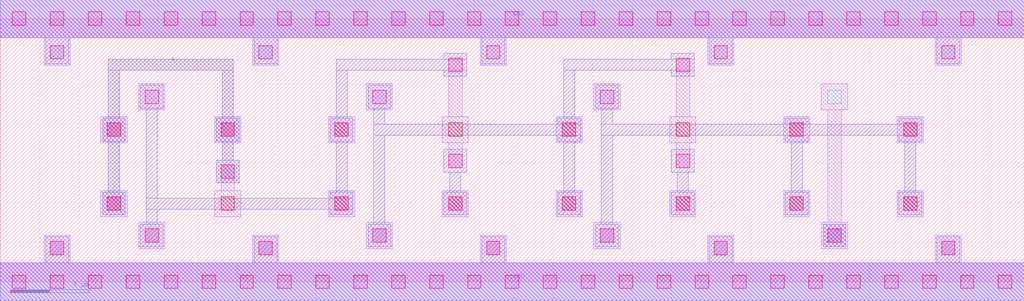
<source format=lef>
MACRO CLKBUF1
 CLASS CORE ;
 FOREIGN CLKBUF1 0 0 ;
 SIZE 12.96 BY 3.33 ;
 ORIGIN 0 0 ;
 SYMMETRY X Y R90 ;
 SITE unit ;
  PIN VDD
   DIRECTION INOUT ;
   USE POWER ;
   SHAPE ABUTMENT ;
    PORT
     CLASS CORE ;
       LAYER li1 ;
        RECT 0.00000000 3.09000000 12.96000000 3.57000000 ;
       LAYER met1 ;
        RECT 0.00000000 3.09000000 12.96000000 3.57000000 ;
    END
  END VDD

  PIN GND
   DIRECTION INOUT ;
   USE POWER ;
   SHAPE ABUTMENT ;
    PORT
     CLASS CORE ;
       LAYER li1 ;
        RECT 0.00000000 -0.24000000 12.96000000 0.24000000 ;
       LAYER met1 ;
        RECT 0.00000000 -0.24000000 12.96000000 0.24000000 ;
    END
  END GND

  PIN Y
   DIRECTION INOUT ;
   USE SIGNAL ;
   SHAPE ABUTMENT ;
    PORT
     CLASS CORE ;
       LAYER met1 ;
        RECT 10.41500000 0.44000000 10.70500000 0.73000000 ;
    END
  END Y

  PIN A
   DIRECTION INOUT ;
   USE SIGNAL ;
   SHAPE ABUTMENT ;
    PORT
     CLASS CORE ;
       LAYER met1 ;
        RECT 1.29500000 0.84500000 1.58500000 1.13500000 ;
        RECT 2.73500000 1.25000000 3.02500000 1.54000000 ;
        RECT 1.37000000 1.13500000 1.51000000 1.78000000 ;
        RECT 2.81000000 1.54000000 2.95000000 1.78000000 ;
        RECT 1.29500000 1.78000000 1.58500000 2.07000000 ;
        RECT 2.73500000 1.78000000 3.02500000 2.07000000 ;
        RECT 1.37000000 2.07000000 1.51000000 2.67500000 ;
        RECT 2.81000000 2.07000000 2.95000000 2.67500000 ;
        RECT 1.37000000 2.67500000 2.95000000 2.81500000 ;
    END
  END A

 OBS
    LAYER polycont ;
     RECT 1.35500000 0.90500000 1.52500000 1.07500000 ;
     RECT 2.79500000 0.90500000 2.96500000 1.07500000 ;
     RECT 4.23500000 0.90500000 4.40500000 1.07500000 ;
     RECT 5.67500000 0.90500000 5.84500000 1.07500000 ;
     RECT 7.11500000 0.90500000 7.28500000 1.07500000 ;
     RECT 8.55500000 0.90500000 8.72500000 1.07500000 ;
     RECT 9.99500000 0.90500000 10.16500000 1.07500000 ;
     RECT 11.43500000 0.90500000 11.60500000 1.07500000 ;
     RECT 1.35500000 1.84000000 1.52500000 2.01000000 ;
     RECT 2.79500000 1.84000000 2.96500000 2.01000000 ;
     RECT 4.23500000 1.84000000 4.40500000 2.01000000 ;
     RECT 5.67500000 1.84000000 5.84500000 2.01000000 ;
     RECT 7.11500000 1.84000000 7.28500000 2.01000000 ;
     RECT 8.55500000 1.84000000 8.72500000 2.01000000 ;
     RECT 9.99500000 1.84000000 10.16500000 2.01000000 ;
     RECT 11.43500000 1.84000000 11.60500000 2.01000000 ;

    LAYER pdiffc ;
     RECT 1.83500000 2.25500000 2.00500000 2.42500000 ;
     RECT 4.71500000 2.25500000 4.88500000 2.42500000 ;
     RECT 7.59500000 2.25500000 7.76500000 2.42500000 ;
     RECT 10.47500000 2.25500000 10.64500000 2.42500000 ;
     RECT 0.63500000 2.82000000 0.80500000 2.99000000 ;
     RECT 3.27500000 2.82000000 3.44500000 2.99000000 ;
     RECT 6.15500000 2.82000000 6.32500000 2.99000000 ;
     RECT 9.03500000 2.82000000 9.20500000 2.99000000 ;
     RECT 11.91500000 2.82000000 12.08500000 2.99000000 ;

    LAYER ndiffc ;
     RECT 0.63500000 0.34000000 0.80500000 0.51000000 ;
     RECT 3.27500000 0.34000000 3.44500000 0.51000000 ;
     RECT 6.15500000 0.34000000 6.32500000 0.51000000 ;
     RECT 9.03500000 0.34000000 9.20500000 0.51000000 ;
     RECT 11.91500000 0.34000000 12.08500000 0.51000000 ;
     RECT 1.83500000 0.50000000 2.00500000 0.67000000 ;
     RECT 4.71500000 0.50000000 4.88500000 0.67000000 ;
     RECT 7.59500000 0.50000000 7.76500000 0.67000000 ;
     RECT 10.47500000 0.50000000 10.64500000 0.67000000 ;

    LAYER li1 ;
     RECT 0.00000000 -0.24000000 12.96000000 0.24000000 ;
     RECT 0.55500000 0.24000000 0.88500000 0.59000000 ;
     RECT 3.19500000 0.24000000 3.52500000 0.59000000 ;
     RECT 6.07500000 0.24000000 6.40500000 0.59000000 ;
     RECT 8.95500000 0.24000000 9.28500000 0.59000000 ;
     RECT 11.83500000 0.24000000 12.16500000 0.59000000 ;
     RECT 1.75500000 0.42000000 2.08500000 0.75000000 ;
     RECT 4.63500000 0.42000000 4.96500000 0.75000000 ;
     RECT 7.51500000 0.42000000 7.84500000 0.75000000 ;
     RECT 1.27500000 0.82500000 1.60500000 1.15500000 ;
     RECT 4.15500000 0.82500000 4.48500000 1.15500000 ;
     RECT 5.59500000 0.82500000 5.92500000 1.15500000 ;
     RECT 7.03500000 0.82500000 7.36500000 1.15500000 ;
     RECT 8.47500000 0.82500000 8.80500000 1.15500000 ;
     RECT 9.91500000 0.82500000 10.24500000 1.15500000 ;
     RECT 11.35500000 0.82500000 11.68500000 1.15500000 ;
     RECT 2.71500000 0.82500000 3.04500000 1.15500000 ;
     RECT 2.79500000 1.15500000 2.96500000 1.48000000 ;
     RECT 1.27500000 1.76000000 1.60500000 2.09000000 ;
     RECT 2.71500000 1.76000000 3.04500000 2.09000000 ;
     RECT 4.15500000 1.76000000 4.48500000 2.09000000 ;
     RECT 7.03500000 1.76000000 7.36500000 2.09000000 ;
     RECT 9.91500000 1.76000000 10.24500000 2.09000000 ;
     RECT 11.35500000 1.76000000 11.68500000 2.09000000 ;
     RECT 1.75500000 2.17500000 2.08500000 2.50500000 ;
     RECT 4.63500000 2.17500000 4.96500000 2.50500000 ;
     RECT 7.51500000 2.17500000 7.84500000 2.50500000 ;
     RECT 10.39500000 0.42000000 10.72500000 0.75000000 ;
     RECT 10.47500000 0.75000000 10.64500000 2.17500000 ;
     RECT 10.39500000 2.17500000 10.72500000 2.50500000 ;
     RECT 5.67500000 1.44500000 5.84500000 1.76000000 ;
     RECT 5.59500000 1.76000000 5.92500000 2.09000000 ;
     RECT 5.67500000 2.09000000 5.84500000 2.83000000 ;
     RECT 8.55500000 1.44500000 8.72500000 1.76000000 ;
     RECT 8.47500000 1.76000000 8.80500000 2.09000000 ;
     RECT 8.55500000 2.09000000 8.72500000 2.83000000 ;
     RECT 0.55500000 2.74000000 0.88500000 3.09000000 ;
     RECT 3.19500000 2.74000000 3.52500000 3.09000000 ;
     RECT 6.07500000 2.74000000 6.40500000 3.09000000 ;
     RECT 8.95500000 2.74000000 9.28500000 3.09000000 ;
     RECT 11.83500000 2.74000000 12.16500000 3.09000000 ;
     RECT 0.00000000 3.09000000 12.96000000 3.57000000 ;

    LAYER viali ;
     RECT 0.15500000 -0.08500000 0.32500000 0.08500000 ;
     RECT 0.63500000 -0.08500000 0.80500000 0.08500000 ;
     RECT 1.11500000 -0.08500000 1.28500000 0.08500000 ;
     RECT 1.59500000 -0.08500000 1.76500000 0.08500000 ;
     RECT 2.07500000 -0.08500000 2.24500000 0.08500000 ;
     RECT 2.55500000 -0.08500000 2.72500000 0.08500000 ;
     RECT 3.03500000 -0.08500000 3.20500000 0.08500000 ;
     RECT 3.51500000 -0.08500000 3.68500000 0.08500000 ;
     RECT 3.99500000 -0.08500000 4.16500000 0.08500000 ;
     RECT 4.47500000 -0.08500000 4.64500000 0.08500000 ;
     RECT 4.95500000 -0.08500000 5.12500000 0.08500000 ;
     RECT 5.43500000 -0.08500000 5.60500000 0.08500000 ;
     RECT 5.91500000 -0.08500000 6.08500000 0.08500000 ;
     RECT 6.39500000 -0.08500000 6.56500000 0.08500000 ;
     RECT 6.87500000 -0.08500000 7.04500000 0.08500000 ;
     RECT 7.35500000 -0.08500000 7.52500000 0.08500000 ;
     RECT 7.83500000 -0.08500000 8.00500000 0.08500000 ;
     RECT 8.31500000 -0.08500000 8.48500000 0.08500000 ;
     RECT 8.79500000 -0.08500000 8.96500000 0.08500000 ;
     RECT 9.27500000 -0.08500000 9.44500000 0.08500000 ;
     RECT 9.75500000 -0.08500000 9.92500000 0.08500000 ;
     RECT 10.23500000 -0.08500000 10.40500000 0.08500000 ;
     RECT 10.71500000 -0.08500000 10.88500000 0.08500000 ;
     RECT 11.19500000 -0.08500000 11.36500000 0.08500000 ;
     RECT 11.67500000 -0.08500000 11.84500000 0.08500000 ;
     RECT 12.15500000 -0.08500000 12.32500000 0.08500000 ;
     RECT 12.63500000 -0.08500000 12.80500000 0.08500000 ;
     RECT 0.63500000 0.34000000 0.80500000 0.51000000 ;
     RECT 3.27500000 0.34000000 3.44500000 0.51000000 ;
     RECT 6.15500000 0.34000000 6.32500000 0.51000000 ;
     RECT 9.03500000 0.34000000 9.20500000 0.51000000 ;
     RECT 11.91500000 0.34000000 12.08500000 0.51000000 ;
     RECT 1.83500000 0.50000000 2.00500000 0.67000000 ;
     RECT 4.71500000 0.50000000 4.88500000 0.67000000 ;
     RECT 7.59500000 0.50000000 7.76500000 0.67000000 ;
     RECT 10.47500000 0.50000000 10.64500000 0.67000000 ;
     RECT 1.35500000 0.90500000 1.52500000 1.07500000 ;
     RECT 4.23500000 0.90500000 4.40500000 1.07500000 ;
     RECT 5.67500000 0.90500000 5.84500000 1.07500000 ;
     RECT 7.11500000 0.90500000 7.28500000 1.07500000 ;
     RECT 8.55500000 0.90500000 8.72500000 1.07500000 ;
     RECT 9.99500000 0.90500000 10.16500000 1.07500000 ;
     RECT 11.43500000 0.90500000 11.60500000 1.07500000 ;
     RECT 2.79500000 1.31000000 2.96500000 1.48000000 ;
     RECT 5.67500000 1.44500000 5.84500000 1.61500000 ;
     RECT 8.55500000 1.44500000 8.72500000 1.61500000 ;
     RECT 1.35500000 1.84000000 1.52500000 2.01000000 ;
     RECT 2.79500000 1.84000000 2.96500000 2.01000000 ;
     RECT 4.23500000 1.84000000 4.40500000 2.01000000 ;
     RECT 7.11500000 1.84000000 7.28500000 2.01000000 ;
     RECT 9.99500000 1.84000000 10.16500000 2.01000000 ;
     RECT 11.43500000 1.84000000 11.60500000 2.01000000 ;
     RECT 1.83500000 2.25500000 2.00500000 2.42500000 ;
     RECT 4.71500000 2.25500000 4.88500000 2.42500000 ;
     RECT 7.59500000 2.25500000 7.76500000 2.42500000 ;
     RECT 5.67500000 2.66000000 5.84500000 2.83000000 ;
     RECT 8.55500000 2.66000000 8.72500000 2.83000000 ;
     RECT 0.63500000 2.82000000 0.80500000 2.99000000 ;
     RECT 3.27500000 2.82000000 3.44500000 2.99000000 ;
     RECT 6.15500000 2.82000000 6.32500000 2.99000000 ;
     RECT 9.03500000 2.82000000 9.20500000 2.99000000 ;
     RECT 11.91500000 2.82000000 12.08500000 2.99000000 ;
     RECT 0.15500000 3.24500000 0.32500000 3.41500000 ;
     RECT 0.63500000 3.24500000 0.80500000 3.41500000 ;
     RECT 1.11500000 3.24500000 1.28500000 3.41500000 ;
     RECT 1.59500000 3.24500000 1.76500000 3.41500000 ;
     RECT 2.07500000 3.24500000 2.24500000 3.41500000 ;
     RECT 2.55500000 3.24500000 2.72500000 3.41500000 ;
     RECT 3.03500000 3.24500000 3.20500000 3.41500000 ;
     RECT 3.51500000 3.24500000 3.68500000 3.41500000 ;
     RECT 3.99500000 3.24500000 4.16500000 3.41500000 ;
     RECT 4.47500000 3.24500000 4.64500000 3.41500000 ;
     RECT 4.95500000 3.24500000 5.12500000 3.41500000 ;
     RECT 5.43500000 3.24500000 5.60500000 3.41500000 ;
     RECT 5.91500000 3.24500000 6.08500000 3.41500000 ;
     RECT 6.39500000 3.24500000 6.56500000 3.41500000 ;
     RECT 6.87500000 3.24500000 7.04500000 3.41500000 ;
     RECT 7.35500000 3.24500000 7.52500000 3.41500000 ;
     RECT 7.83500000 3.24500000 8.00500000 3.41500000 ;
     RECT 8.31500000 3.24500000 8.48500000 3.41500000 ;
     RECT 8.79500000 3.24500000 8.96500000 3.41500000 ;
     RECT 9.27500000 3.24500000 9.44500000 3.41500000 ;
     RECT 9.75500000 3.24500000 9.92500000 3.41500000 ;
     RECT 10.23500000 3.24500000 10.40500000 3.41500000 ;
     RECT 10.71500000 3.24500000 10.88500000 3.41500000 ;
     RECT 11.19500000 3.24500000 11.36500000 3.41500000 ;
     RECT 11.67500000 3.24500000 11.84500000 3.41500000 ;
     RECT 12.15500000 3.24500000 12.32500000 3.41500000 ;
     RECT 12.63500000 3.24500000 12.80500000 3.41500000 ;

    LAYER met1 ;
     RECT 0.00000000 -0.24000000 12.96000000 0.24000000 ;
     RECT 0.57500000 0.24000000 0.86500000 0.57000000 ;
     RECT 3.21500000 0.24000000 3.50500000 0.57000000 ;
     RECT 6.09500000 0.24000000 6.38500000 0.57000000 ;
     RECT 8.97500000 0.24000000 9.26500000 0.57000000 ;
     RECT 11.85500000 0.24000000 12.14500000 0.57000000 ;
     RECT 10.41500000 0.44000000 10.70500000 0.73000000 ;
     RECT 5.61500000 0.84500000 5.90500000 1.13500000 ;
     RECT 5.69000000 1.13500000 5.83000000 1.38500000 ;
     RECT 5.61500000 1.38500000 5.90500000 1.67500000 ;
     RECT 8.49500000 0.84500000 8.78500000 1.13500000 ;
     RECT 8.57000000 1.13500000 8.71000000 1.38500000 ;
     RECT 8.49500000 1.38500000 8.78500000 1.67500000 ;
     RECT 7.53500000 0.44000000 7.82500000 0.73000000 ;
     RECT 9.93500000 0.84500000 10.22500000 1.13500000 ;
     RECT 11.37500000 0.84500000 11.66500000 1.13500000 ;
     RECT 10.01000000 1.13500000 10.15000000 1.78000000 ;
     RECT 11.45000000 1.13500000 11.59000000 1.78000000 ;
     RECT 7.61000000 0.73000000 7.75000000 1.85500000 ;
     RECT 9.93500000 1.78000000 10.22500000 1.85500000 ;
     RECT 11.37500000 1.78000000 11.66500000 1.85500000 ;
     RECT 7.61000000 1.85500000 11.66500000 1.99500000 ;
     RECT 9.93500000 1.99500000 10.22500000 2.07000000 ;
     RECT 11.37500000 1.99500000 11.66500000 2.07000000 ;
     RECT 7.61000000 1.99500000 7.75000000 2.19500000 ;
     RECT 7.53500000 2.19500000 7.82500000 2.48500000 ;
     RECT 1.29500000 0.84500000 1.58500000 1.13500000 ;
     RECT 2.73500000 1.25000000 3.02500000 1.54000000 ;
     RECT 1.37000000 1.13500000 1.51000000 1.78000000 ;
     RECT 2.81000000 1.54000000 2.95000000 1.78000000 ;
     RECT 1.29500000 1.78000000 1.58500000 2.07000000 ;
     RECT 2.73500000 1.78000000 3.02500000 2.07000000 ;
     RECT 1.37000000 2.07000000 1.51000000 2.67500000 ;
     RECT 2.81000000 2.07000000 2.95000000 2.67500000 ;
     RECT 1.37000000 2.67500000 2.95000000 2.81500000 ;
     RECT 1.77500000 0.44000000 2.06500000 0.73000000 ;
     RECT 1.85000000 0.73000000 1.99000000 0.92000000 ;
     RECT 4.17500000 0.84500000 4.46500000 0.92000000 ;
     RECT 1.85000000 0.92000000 4.46500000 1.06000000 ;
     RECT 4.17500000 1.06000000 4.46500000 1.13500000 ;
     RECT 4.25000000 1.13500000 4.39000000 1.78000000 ;
     RECT 4.17500000 1.78000000 4.46500000 2.07000000 ;
     RECT 1.85000000 1.06000000 1.99000000 2.19500000 ;
     RECT 1.77500000 2.19500000 2.06500000 2.48500000 ;
     RECT 4.25000000 2.07000000 4.39000000 2.67500000 ;
     RECT 5.61500000 2.60000000 5.90500000 2.67500000 ;
     RECT 4.25000000 2.67500000 5.90500000 2.81500000 ;
     RECT 5.61500000 2.81500000 5.90500000 2.89000000 ;
     RECT 4.65500000 0.44000000 4.94500000 0.73000000 ;
     RECT 7.05500000 0.84500000 7.34500000 1.13500000 ;
     RECT 7.13000000 1.13500000 7.27000000 1.78000000 ;
     RECT 4.73000000 0.73000000 4.87000000 1.85500000 ;
     RECT 7.05500000 1.78000000 7.34500000 1.85500000 ;
     RECT 4.73000000 1.85500000 7.34500000 1.99500000 ;
     RECT 7.05500000 1.99500000 7.34500000 2.07000000 ;
     RECT 4.73000000 1.99500000 4.87000000 2.19500000 ;
     RECT 4.65500000 2.19500000 4.94500000 2.48500000 ;
     RECT 7.13000000 2.07000000 7.27000000 2.67500000 ;
     RECT 8.49500000 2.60000000 8.78500000 2.67500000 ;
     RECT 7.13000000 2.67500000 8.78500000 2.81500000 ;
     RECT 8.49500000 2.81500000 8.78500000 2.89000000 ;
     RECT 0.57500000 2.76000000 0.86500000 3.09000000 ;
     RECT 3.21500000 2.76000000 3.50500000 3.09000000 ;
     RECT 6.09500000 2.76000000 6.38500000 3.09000000 ;
     RECT 8.97500000 2.76000000 9.26500000 3.09000000 ;
     RECT 11.85500000 2.76000000 12.14500000 3.09000000 ;
     RECT 0.00000000 3.09000000 12.96000000 3.57000000 ;

 END
END CLKBUF1

</source>
